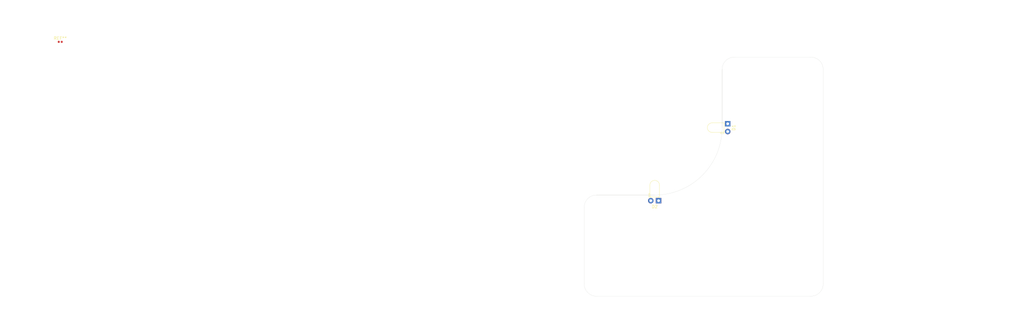
<source format=kicad_pcb>
(kicad_pcb (version 20241229) (generator "pcbnew") (generator_version "9.0")
  (layers (0 "F.Cu" signal) (2 "B.Cu" signal) (13 "F.Paste" user) (15 "B.Paste" user) (5 "F.SilkS" user "F.Silkscreen") (7 "B.SilkS" user "B.Silkscreen") (1 "F.Mask" user) (3 "B.Mask" user) (25 "Edge.Cuts" user))
  (net 0 "")
  (footprint "LED_THT:LED_D3.0mm_Horizontal_O1.27mm_Z2.0mm_IRBlack" (layer "F.Cu") (at 110.27 107.835 180)
    (property "Reference" "D2" (at 1.27 -1.96 0) (layer "F.SilkS"))
    (property "Value" "IRL81A")
    (fp_line (start 3.23 2.33) (end 2.83 2.33) (stroke (width 0.12)) (layer "F.SilkS"))
    (fp_line (start 3.23 1.21) (end 3.23 2.33) (stroke (width 0.12)) (layer "F.SilkS"))
    (fp_line (start 2.83 2.33) (end 2.83 1.21) (stroke (width 0.12)) (layer "F.SilkS"))
    (fp_line (start 2.83 1.21) (end 3.23 1.21) (stroke (width 0.12)) (layer "F.SilkS"))
    (fp_line (start 2.83 1.21) (end 2.83 5.07) (stroke (width 0.12)) (layer "F.SilkS"))
    (fp_line (start 2.54 1.21) (end 2.54 1.08) (stroke (width 0.12)) (layer "F.SilkS"))
    (fp_line (start 2.54 1.08) (end 2.54 1.21) (stroke (width 0.12)) (layer "F.SilkS"))
    (fp_line (start 0 1.21) (end 0 1.08) (stroke (width 0.12)) (layer "F.SilkS"))
    (fp_line (start 0 1.08) (end 0 1.21) (stroke (width 0.12)) (layer "F.SilkS"))
    (fp_line (start -0.29 1.21) (end 2.83 1.21) (stroke (width 0.12)) (layer "F.SilkS"))
    (fp_line (start -0.29 1.21) (end -0.29 5.07) (stroke (width 0.12)) (layer "F.SilkS"))
    (fp_arc (start 2.83 5.07) (mid 1.27 6.63) (end -0.29 5.07) (stroke (width 0.12)) (layer "F.SilkS"))
    (pad "1" thru_hole rect (at 0 0 180) (size 1.8 1.8) (drill 0.9) (layers "*.Cu" "*.Mask"))
    (pad "2" thru_hole circle (at 2.54 0 180) (size 1.8 1.8) (drill 0.9) (layers "*.Cu" "*.Mask"))
  )
  (footprint "LED_SMD:LED_0402_1005Metric" (layer "F.Cu") (at -85 56)
    (property "Reference" "REF**" (at 0 -1.17 0) (layer "F.SilkS"))
    (property "Value" "LED_0402_1005Metric")
    (fp_circle (center -1.09 0) (end -1.04 0) (stroke (width 0.1)) (fill no) (layer "F.SilkS"))
    (pad "1" smd roundrect (at -0.485 0) (size 0.59 0.64) (layers "F.Cu" "F.Mask" "F.Paste"))
    (pad "2" smd roundrect (at 0.485 0) (size 0.59 0.64) (layers "F.Cu" "F.Mask" "F.Paste"))
  )
  (footprint "LED_THT:LED_D3.0mm_Horizontal_O1.27mm_Z2.0mm_IRBlack" (layer "F.Cu") (at 132.835 82.73 -90)
    (property "Reference" "D1" (at 1.27 -1.96 90) (layer "F.SilkS"))
    (property "Value" "BPW21")
    (fp_line (start 2.83 2.33) (end 2.83 1.21) (stroke (width 0.12)) (layer "F.SilkS"))
    (fp_line (start 3.23 2.33) (end 2.83 2.33) (stroke (width 0.12)) (layer "F.SilkS"))
    (fp_line (start -0.29 1.21) (end -0.29 5.07) (stroke (width 0.12)) (layer "F.SilkS"))
    (fp_line (start -0.29 1.21) (end 2.83 1.21) (stroke (width 0.12)) (layer "F.SilkS"))
    (fp_line (start 0 1.21) (end 0 1.08) (stroke (width 0.12)) (layer "F.SilkS"))
    (fp_line (start 2.54 1.21) (end 2.54 1.08) (stroke (width 0.12)) (layer "F.SilkS"))
    (fp_line (start 2.83 1.21) (end 2.83 5.07) (stroke (width 0.12)) (layer "F.SilkS"))
    (fp_line (start 2.83 1.21) (end 3.23 1.21) (stroke (width 0.12)) (layer "F.SilkS"))
    (fp_line (start 3.23 1.21) (end 3.23 2.33) (stroke (width 0.12)) (layer "F.SilkS"))
    (fp_line (start 0 1.08) (end 0 1.21) (stroke (width 0.12)) (layer "F.SilkS"))
    (fp_line (start 2.54 1.08) (end 2.54 1.21) (stroke (width 0.12)) (layer "F.SilkS"))
    (fp_arc (start 2.83 5.07) (mid 1.27 6.63) (end -0.29 5.07) (stroke (width 0.12)) (layer "F.SilkS"))
    (pad "1" thru_hole rect (at 0 0 270) (size 1.8 1.8) (drill 0.9) (layers "*.Cu" "*.Mask"))
    (pad "2" thru_hole circle (at 2.54 0 270) (size 1.8 1.8) (drill 0.9) (layers "*.Cu" "*.Mask"))
  )
  (gr_arc (start 131 64.999999) (mid 132.171574 62.171572) (end 135.000002 61) (stroke (width 0.05)) (layer "Edge.Cuts"))
  (gr_line (start 89.999997 138.999992) (end 159.999999 138.999993) (stroke (width 0.05)) (layer "Edge.Cuts"))
  (gr_line (start 164.000001 134.999991) (end 163.999999 64.999993) (stroke (width 0.05)) (layer "Edge.Cuts"))
  (gr_arc (start 160 60.999991) (mid 162.828427 62.171565) (end 163.999999 64.999993) (stroke (width 0.05)) (layer "Edge.Cuts"))
  (gr_arc (start 164.000001 134.999994) (mid 162.828427 137.828421) (end 159.999999 138.999993) (stroke (width 0.05)) (layer "Edge.Cuts"))
  (gr_line (start 131 64.999999) (end 131.000001 84) (stroke (width 0.1)) (layer "Edge.Cuts"))
  (gr_arc (start 89.999996 138.999993) (mid 87.171569 137.828419) (end 85.999997 134.999991) (stroke (width 0.05)) (layer "Edge.Cuts"))
  (gr_line (start 86 110) (end 85.999997 134.999991) (stroke (width 0.05)) (layer "Edge.Cuts"))
  (gr_line (start 160 60.999992) (end 135.000002 61) (stroke (width 0.05)) (layer "Edge.Cuts"))
  (gr_arc (start 85.999998 109.999999) (mid 87.171572 107.171572) (end 90 106) (stroke (width 0.05)) (layer "Edge.Cuts"))
  (gr_arc (start 131 84) (mid 124.556347 99.556352) (end 108.999993 106) (stroke (width 0.05)) (layer "Edge.Cuts"))
  (gr_line (start 108.999991 105.999999) (end 90 106) (stroke (width 0.1)) (layer "Edge.Cuts"))
)
</source>
